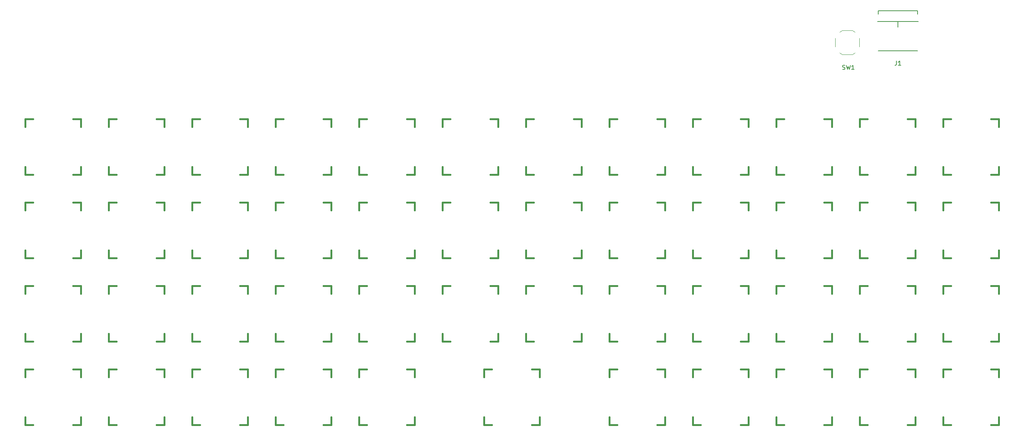
<source format=gbr>
G04 #@! TF.GenerationSoftware,KiCad,Pcbnew,(5.1.0)-1*
G04 #@! TF.CreationDate,2020-08-28T00:10:40-04:00*
G04 #@! TF.ProjectId,keyboard,6b657962-6f61-4726-942e-6b696361645f,rev?*
G04 #@! TF.SameCoordinates,Original*
G04 #@! TF.FileFunction,Legend,Top*
G04 #@! TF.FilePolarity,Positive*
%FSLAX46Y46*%
G04 Gerber Fmt 4.6, Leading zero omitted, Abs format (unit mm)*
G04 Created by KiCad (PCBNEW (5.1.0)-1) date 2020-08-28 00:10:40*
%MOMM*%
%LPD*%
G04 APERTURE LIST*
%ADD10C,0.150000*%
%ADD11C,0.381000*%
%ADD12C,0.120000*%
G04 APERTURE END LIST*
D10*
X226081250Y-30956250D02*
X216831250Y-30956250D01*
X225931250Y-37616250D02*
X216981250Y-37616250D01*
X216976250Y-29206250D02*
X216981250Y-28446250D01*
X225931250Y-28446250D02*
X216981250Y-28446250D01*
X225931250Y-28446250D02*
X225936250Y-29206250D01*
X221456250Y-30956250D02*
X221456250Y-32226250D01*
D11*
X22225000Y-54959250D02*
X22225000Y-53181250D01*
X22225000Y-65881250D02*
X22225000Y-64103250D01*
X24003000Y-65881250D02*
X22225000Y-65881250D01*
X34925000Y-65881250D02*
X33147000Y-65881250D01*
X34925000Y-64103250D02*
X34925000Y-65881250D01*
X34925000Y-53181250D02*
X34925000Y-54959250D01*
X33147000Y-53181250D02*
X34925000Y-53181250D01*
X22225000Y-53181250D02*
X24003000Y-53181250D01*
X41275000Y-53181250D02*
X43053000Y-53181250D01*
X52197000Y-53181250D02*
X53975000Y-53181250D01*
X53975000Y-53181250D02*
X53975000Y-54959250D01*
X53975000Y-64103250D02*
X53975000Y-65881250D01*
X53975000Y-65881250D02*
X52197000Y-65881250D01*
X43053000Y-65881250D02*
X41275000Y-65881250D01*
X41275000Y-65881250D02*
X41275000Y-64103250D01*
X41275000Y-54959250D02*
X41275000Y-53181250D01*
X60325000Y-54959250D02*
X60325000Y-53181250D01*
X60325000Y-65881250D02*
X60325000Y-64103250D01*
X62103000Y-65881250D02*
X60325000Y-65881250D01*
X73025000Y-65881250D02*
X71247000Y-65881250D01*
X73025000Y-64103250D02*
X73025000Y-65881250D01*
X73025000Y-53181250D02*
X73025000Y-54959250D01*
X71247000Y-53181250D02*
X73025000Y-53181250D01*
X60325000Y-53181250D02*
X62103000Y-53181250D01*
X79375000Y-53181250D02*
X81153000Y-53181250D01*
X90297000Y-53181250D02*
X92075000Y-53181250D01*
X92075000Y-53181250D02*
X92075000Y-54959250D01*
X92075000Y-64103250D02*
X92075000Y-65881250D01*
X92075000Y-65881250D02*
X90297000Y-65881250D01*
X81153000Y-65881250D02*
X79375000Y-65881250D01*
X79375000Y-65881250D02*
X79375000Y-64103250D01*
X79375000Y-54959250D02*
X79375000Y-53181250D01*
X98425000Y-54959250D02*
X98425000Y-53181250D01*
X98425000Y-65881250D02*
X98425000Y-64103250D01*
X100203000Y-65881250D02*
X98425000Y-65881250D01*
X111125000Y-65881250D02*
X109347000Y-65881250D01*
X111125000Y-64103250D02*
X111125000Y-65881250D01*
X111125000Y-53181250D02*
X111125000Y-54959250D01*
X109347000Y-53181250D02*
X111125000Y-53181250D01*
X98425000Y-53181250D02*
X100203000Y-53181250D01*
X117475000Y-53181250D02*
X119253000Y-53181250D01*
X128397000Y-53181250D02*
X130175000Y-53181250D01*
X130175000Y-53181250D02*
X130175000Y-54959250D01*
X130175000Y-64103250D02*
X130175000Y-65881250D01*
X130175000Y-65881250D02*
X128397000Y-65881250D01*
X119253000Y-65881250D02*
X117475000Y-65881250D01*
X117475000Y-65881250D02*
X117475000Y-64103250D01*
X117475000Y-54959250D02*
X117475000Y-53181250D01*
X136525000Y-54959250D02*
X136525000Y-53181250D01*
X136525000Y-65881250D02*
X136525000Y-64103250D01*
X138303000Y-65881250D02*
X136525000Y-65881250D01*
X149225000Y-65881250D02*
X147447000Y-65881250D01*
X149225000Y-64103250D02*
X149225000Y-65881250D01*
X149225000Y-53181250D02*
X149225000Y-54959250D01*
X147447000Y-53181250D02*
X149225000Y-53181250D01*
X136525000Y-53181250D02*
X138303000Y-53181250D01*
X155575000Y-53181250D02*
X157353000Y-53181250D01*
X166497000Y-53181250D02*
X168275000Y-53181250D01*
X168275000Y-53181250D02*
X168275000Y-54959250D01*
X168275000Y-64103250D02*
X168275000Y-65881250D01*
X168275000Y-65881250D02*
X166497000Y-65881250D01*
X157353000Y-65881250D02*
X155575000Y-65881250D01*
X155575000Y-65881250D02*
X155575000Y-64103250D01*
X155575000Y-54959250D02*
X155575000Y-53181250D01*
X174625000Y-54959250D02*
X174625000Y-53181250D01*
X174625000Y-65881250D02*
X174625000Y-64103250D01*
X176403000Y-65881250D02*
X174625000Y-65881250D01*
X187325000Y-65881250D02*
X185547000Y-65881250D01*
X187325000Y-64103250D02*
X187325000Y-65881250D01*
X187325000Y-53181250D02*
X187325000Y-54959250D01*
X185547000Y-53181250D02*
X187325000Y-53181250D01*
X174625000Y-53181250D02*
X176403000Y-53181250D01*
X193675000Y-53181250D02*
X195453000Y-53181250D01*
X204597000Y-53181250D02*
X206375000Y-53181250D01*
X206375000Y-53181250D02*
X206375000Y-54959250D01*
X206375000Y-64103250D02*
X206375000Y-65881250D01*
X206375000Y-65881250D02*
X204597000Y-65881250D01*
X195453000Y-65881250D02*
X193675000Y-65881250D01*
X193675000Y-65881250D02*
X193675000Y-64103250D01*
X193675000Y-54959250D02*
X193675000Y-53181250D01*
X212725000Y-54959250D02*
X212725000Y-53181250D01*
X212725000Y-65881250D02*
X212725000Y-64103250D01*
X214503000Y-65881250D02*
X212725000Y-65881250D01*
X225425000Y-65881250D02*
X223647000Y-65881250D01*
X225425000Y-64103250D02*
X225425000Y-65881250D01*
X225425000Y-53181250D02*
X225425000Y-54959250D01*
X223647000Y-53181250D02*
X225425000Y-53181250D01*
X212725000Y-53181250D02*
X214503000Y-53181250D01*
X231775000Y-53181250D02*
X233553000Y-53181250D01*
X242697000Y-53181250D02*
X244475000Y-53181250D01*
X244475000Y-53181250D02*
X244475000Y-54959250D01*
X244475000Y-64103250D02*
X244475000Y-65881250D01*
X244475000Y-65881250D02*
X242697000Y-65881250D01*
X233553000Y-65881250D02*
X231775000Y-65881250D01*
X231775000Y-65881250D02*
X231775000Y-64103250D01*
X231775000Y-54959250D02*
X231775000Y-53181250D01*
X22225000Y-72231250D02*
X24003000Y-72231250D01*
X33147000Y-72231250D02*
X34925000Y-72231250D01*
X34925000Y-72231250D02*
X34925000Y-74009250D01*
X34925000Y-83153250D02*
X34925000Y-84931250D01*
X34925000Y-84931250D02*
X33147000Y-84931250D01*
X24003000Y-84931250D02*
X22225000Y-84931250D01*
X22225000Y-84931250D02*
X22225000Y-83153250D01*
X22225000Y-74009250D02*
X22225000Y-72231250D01*
X60325000Y-74009250D02*
X60325000Y-72231250D01*
X60325000Y-84931250D02*
X60325000Y-83153250D01*
X62103000Y-84931250D02*
X60325000Y-84931250D01*
X73025000Y-84931250D02*
X71247000Y-84931250D01*
X73025000Y-83153250D02*
X73025000Y-84931250D01*
X73025000Y-72231250D02*
X73025000Y-74009250D01*
X71247000Y-72231250D02*
X73025000Y-72231250D01*
X60325000Y-72231250D02*
X62103000Y-72231250D01*
X79375000Y-72231250D02*
X81153000Y-72231250D01*
X90297000Y-72231250D02*
X92075000Y-72231250D01*
X92075000Y-72231250D02*
X92075000Y-74009250D01*
X92075000Y-83153250D02*
X92075000Y-84931250D01*
X92075000Y-84931250D02*
X90297000Y-84931250D01*
X81153000Y-84931250D02*
X79375000Y-84931250D01*
X79375000Y-84931250D02*
X79375000Y-83153250D01*
X79375000Y-74009250D02*
X79375000Y-72231250D01*
X98425000Y-74009250D02*
X98425000Y-72231250D01*
X98425000Y-84931250D02*
X98425000Y-83153250D01*
X100203000Y-84931250D02*
X98425000Y-84931250D01*
X111125000Y-84931250D02*
X109347000Y-84931250D01*
X111125000Y-83153250D02*
X111125000Y-84931250D01*
X111125000Y-72231250D02*
X111125000Y-74009250D01*
X109347000Y-72231250D02*
X111125000Y-72231250D01*
X98425000Y-72231250D02*
X100203000Y-72231250D01*
X117475000Y-72231250D02*
X119253000Y-72231250D01*
X128397000Y-72231250D02*
X130175000Y-72231250D01*
X130175000Y-72231250D02*
X130175000Y-74009250D01*
X130175000Y-83153250D02*
X130175000Y-84931250D01*
X130175000Y-84931250D02*
X128397000Y-84931250D01*
X119253000Y-84931250D02*
X117475000Y-84931250D01*
X117475000Y-84931250D02*
X117475000Y-83153250D01*
X117475000Y-74009250D02*
X117475000Y-72231250D01*
X136525000Y-74009250D02*
X136525000Y-72231250D01*
X136525000Y-84931250D02*
X136525000Y-83153250D01*
X138303000Y-84931250D02*
X136525000Y-84931250D01*
X149225000Y-84931250D02*
X147447000Y-84931250D01*
X149225000Y-83153250D02*
X149225000Y-84931250D01*
X149225000Y-72231250D02*
X149225000Y-74009250D01*
X147447000Y-72231250D02*
X149225000Y-72231250D01*
X136525000Y-72231250D02*
X138303000Y-72231250D01*
X155575000Y-72231250D02*
X157353000Y-72231250D01*
X166497000Y-72231250D02*
X168275000Y-72231250D01*
X168275000Y-72231250D02*
X168275000Y-74009250D01*
X168275000Y-83153250D02*
X168275000Y-84931250D01*
X168275000Y-84931250D02*
X166497000Y-84931250D01*
X157353000Y-84931250D02*
X155575000Y-84931250D01*
X155575000Y-84931250D02*
X155575000Y-83153250D01*
X155575000Y-74009250D02*
X155575000Y-72231250D01*
X174625000Y-74009250D02*
X174625000Y-72231250D01*
X174625000Y-84931250D02*
X174625000Y-83153250D01*
X176403000Y-84931250D02*
X174625000Y-84931250D01*
X187325000Y-84931250D02*
X185547000Y-84931250D01*
X187325000Y-83153250D02*
X187325000Y-84931250D01*
X187325000Y-72231250D02*
X187325000Y-74009250D01*
X185547000Y-72231250D02*
X187325000Y-72231250D01*
X174625000Y-72231250D02*
X176403000Y-72231250D01*
X193675000Y-72231250D02*
X195453000Y-72231250D01*
X204597000Y-72231250D02*
X206375000Y-72231250D01*
X206375000Y-72231250D02*
X206375000Y-74009250D01*
X206375000Y-83153250D02*
X206375000Y-84931250D01*
X206375000Y-84931250D02*
X204597000Y-84931250D01*
X195453000Y-84931250D02*
X193675000Y-84931250D01*
X193675000Y-84931250D02*
X193675000Y-83153250D01*
X193675000Y-74009250D02*
X193675000Y-72231250D01*
X212725000Y-74009250D02*
X212725000Y-72231250D01*
X212725000Y-84931250D02*
X212725000Y-83153250D01*
X214503000Y-84931250D02*
X212725000Y-84931250D01*
X225425000Y-84931250D02*
X223647000Y-84931250D01*
X225425000Y-83153250D02*
X225425000Y-84931250D01*
X225425000Y-72231250D02*
X225425000Y-74009250D01*
X223647000Y-72231250D02*
X225425000Y-72231250D01*
X212725000Y-72231250D02*
X214503000Y-72231250D01*
X231775000Y-74009250D02*
X231775000Y-72231250D01*
X231775000Y-84931250D02*
X231775000Y-83153250D01*
X233553000Y-84931250D02*
X231775000Y-84931250D01*
X244475000Y-84931250D02*
X242697000Y-84931250D01*
X244475000Y-83153250D02*
X244475000Y-84931250D01*
X244475000Y-72231250D02*
X244475000Y-74009250D01*
X242697000Y-72231250D02*
X244475000Y-72231250D01*
X231775000Y-72231250D02*
X233553000Y-72231250D01*
X22225000Y-91281250D02*
X24003000Y-91281250D01*
X33147000Y-91281250D02*
X34925000Y-91281250D01*
X34925000Y-91281250D02*
X34925000Y-93059250D01*
X34925000Y-102203250D02*
X34925000Y-103981250D01*
X34925000Y-103981250D02*
X33147000Y-103981250D01*
X24003000Y-103981250D02*
X22225000Y-103981250D01*
X22225000Y-103981250D02*
X22225000Y-102203250D01*
X22225000Y-93059250D02*
X22225000Y-91281250D01*
X41275000Y-91281250D02*
X43053000Y-91281250D01*
X52197000Y-91281250D02*
X53975000Y-91281250D01*
X53975000Y-91281250D02*
X53975000Y-93059250D01*
X53975000Y-102203250D02*
X53975000Y-103981250D01*
X53975000Y-103981250D02*
X52197000Y-103981250D01*
X43053000Y-103981250D02*
X41275000Y-103981250D01*
X41275000Y-103981250D02*
X41275000Y-102203250D01*
X41275000Y-93059250D02*
X41275000Y-91281250D01*
X60325000Y-93059250D02*
X60325000Y-91281250D01*
X60325000Y-103981250D02*
X60325000Y-102203250D01*
X62103000Y-103981250D02*
X60325000Y-103981250D01*
X73025000Y-103981250D02*
X71247000Y-103981250D01*
X73025000Y-102203250D02*
X73025000Y-103981250D01*
X73025000Y-91281250D02*
X73025000Y-93059250D01*
X71247000Y-91281250D02*
X73025000Y-91281250D01*
X60325000Y-91281250D02*
X62103000Y-91281250D01*
X79375000Y-91281250D02*
X81153000Y-91281250D01*
X90297000Y-91281250D02*
X92075000Y-91281250D01*
X92075000Y-91281250D02*
X92075000Y-93059250D01*
X92075000Y-102203250D02*
X92075000Y-103981250D01*
X92075000Y-103981250D02*
X90297000Y-103981250D01*
X81153000Y-103981250D02*
X79375000Y-103981250D01*
X79375000Y-103981250D02*
X79375000Y-102203250D01*
X79375000Y-93059250D02*
X79375000Y-91281250D01*
X98425000Y-93059250D02*
X98425000Y-91281250D01*
X98425000Y-103981250D02*
X98425000Y-102203250D01*
X100203000Y-103981250D02*
X98425000Y-103981250D01*
X111125000Y-103981250D02*
X109347000Y-103981250D01*
X111125000Y-102203250D02*
X111125000Y-103981250D01*
X111125000Y-91281250D02*
X111125000Y-93059250D01*
X109347000Y-91281250D02*
X111125000Y-91281250D01*
X98425000Y-91281250D02*
X100203000Y-91281250D01*
X117475000Y-93059250D02*
X117475000Y-91281250D01*
X117475000Y-103981250D02*
X117475000Y-102203250D01*
X119253000Y-103981250D02*
X117475000Y-103981250D01*
X130175000Y-103981250D02*
X128397000Y-103981250D01*
X130175000Y-102203250D02*
X130175000Y-103981250D01*
X130175000Y-91281250D02*
X130175000Y-93059250D01*
X128397000Y-91281250D02*
X130175000Y-91281250D01*
X117475000Y-91281250D02*
X119253000Y-91281250D01*
X136525000Y-93059250D02*
X136525000Y-91281250D01*
X136525000Y-103981250D02*
X136525000Y-102203250D01*
X138303000Y-103981250D02*
X136525000Y-103981250D01*
X149225000Y-103981250D02*
X147447000Y-103981250D01*
X149225000Y-102203250D02*
X149225000Y-103981250D01*
X149225000Y-91281250D02*
X149225000Y-93059250D01*
X147447000Y-91281250D02*
X149225000Y-91281250D01*
X136525000Y-91281250D02*
X138303000Y-91281250D01*
X155575000Y-93059250D02*
X155575000Y-91281250D01*
X155575000Y-103981250D02*
X155575000Y-102203250D01*
X157353000Y-103981250D02*
X155575000Y-103981250D01*
X168275000Y-103981250D02*
X166497000Y-103981250D01*
X168275000Y-102203250D02*
X168275000Y-103981250D01*
X168275000Y-91281250D02*
X168275000Y-93059250D01*
X166497000Y-91281250D02*
X168275000Y-91281250D01*
X155575000Y-91281250D02*
X157353000Y-91281250D01*
X174625000Y-91281250D02*
X176403000Y-91281250D01*
X185547000Y-91281250D02*
X187325000Y-91281250D01*
X187325000Y-91281250D02*
X187325000Y-93059250D01*
X187325000Y-102203250D02*
X187325000Y-103981250D01*
X187325000Y-103981250D02*
X185547000Y-103981250D01*
X176403000Y-103981250D02*
X174625000Y-103981250D01*
X174625000Y-103981250D02*
X174625000Y-102203250D01*
X174625000Y-93059250D02*
X174625000Y-91281250D01*
X193675000Y-91281250D02*
X195453000Y-91281250D01*
X204597000Y-91281250D02*
X206375000Y-91281250D01*
X206375000Y-91281250D02*
X206375000Y-93059250D01*
X206375000Y-102203250D02*
X206375000Y-103981250D01*
X206375000Y-103981250D02*
X204597000Y-103981250D01*
X195453000Y-103981250D02*
X193675000Y-103981250D01*
X193675000Y-103981250D02*
X193675000Y-102203250D01*
X193675000Y-93059250D02*
X193675000Y-91281250D01*
X212725000Y-93059250D02*
X212725000Y-91281250D01*
X212725000Y-103981250D02*
X212725000Y-102203250D01*
X214503000Y-103981250D02*
X212725000Y-103981250D01*
X225425000Y-103981250D02*
X223647000Y-103981250D01*
X225425000Y-102203250D02*
X225425000Y-103981250D01*
X225425000Y-91281250D02*
X225425000Y-93059250D01*
X223647000Y-91281250D02*
X225425000Y-91281250D01*
X212725000Y-91281250D02*
X214503000Y-91281250D01*
X231775000Y-91281250D02*
X233553000Y-91281250D01*
X242697000Y-91281250D02*
X244475000Y-91281250D01*
X244475000Y-91281250D02*
X244475000Y-93059250D01*
X244475000Y-102203250D02*
X244475000Y-103981250D01*
X244475000Y-103981250D02*
X242697000Y-103981250D01*
X233553000Y-103981250D02*
X231775000Y-103981250D01*
X231775000Y-103981250D02*
X231775000Y-102203250D01*
X231775000Y-93059250D02*
X231775000Y-91281250D01*
X22225000Y-112109250D02*
X22225000Y-110331250D01*
X22225000Y-123031250D02*
X22225000Y-121253250D01*
X24003000Y-123031250D02*
X22225000Y-123031250D01*
X34925000Y-123031250D02*
X33147000Y-123031250D01*
X34925000Y-121253250D02*
X34925000Y-123031250D01*
X34925000Y-110331250D02*
X34925000Y-112109250D01*
X33147000Y-110331250D02*
X34925000Y-110331250D01*
X22225000Y-110331250D02*
X24003000Y-110331250D01*
X41275000Y-110331250D02*
X43053000Y-110331250D01*
X52197000Y-110331250D02*
X53975000Y-110331250D01*
X53975000Y-110331250D02*
X53975000Y-112109250D01*
X53975000Y-121253250D02*
X53975000Y-123031250D01*
X53975000Y-123031250D02*
X52197000Y-123031250D01*
X43053000Y-123031250D02*
X41275000Y-123031250D01*
X41275000Y-123031250D02*
X41275000Y-121253250D01*
X41275000Y-112109250D02*
X41275000Y-110331250D01*
X60325000Y-112109250D02*
X60325000Y-110331250D01*
X60325000Y-123031250D02*
X60325000Y-121253250D01*
X62103000Y-123031250D02*
X60325000Y-123031250D01*
X73025000Y-123031250D02*
X71247000Y-123031250D01*
X73025000Y-121253250D02*
X73025000Y-123031250D01*
X73025000Y-110331250D02*
X73025000Y-112109250D01*
X71247000Y-110331250D02*
X73025000Y-110331250D01*
X60325000Y-110331250D02*
X62103000Y-110331250D01*
X79375000Y-110331250D02*
X81153000Y-110331250D01*
X90297000Y-110331250D02*
X92075000Y-110331250D01*
X92075000Y-110331250D02*
X92075000Y-112109250D01*
X92075000Y-121253250D02*
X92075000Y-123031250D01*
X92075000Y-123031250D02*
X90297000Y-123031250D01*
X81153000Y-123031250D02*
X79375000Y-123031250D01*
X79375000Y-123031250D02*
X79375000Y-121253250D01*
X79375000Y-112109250D02*
X79375000Y-110331250D01*
X98425000Y-110331250D02*
X100203000Y-110331250D01*
X109347000Y-110331250D02*
X111125000Y-110331250D01*
X111125000Y-110331250D02*
X111125000Y-112109250D01*
X111125000Y-121253250D02*
X111125000Y-123031250D01*
X111125000Y-123031250D02*
X109347000Y-123031250D01*
X100203000Y-123031250D02*
X98425000Y-123031250D01*
X98425000Y-123031250D02*
X98425000Y-121253250D01*
X98425000Y-112109250D02*
X98425000Y-110331250D01*
X155575000Y-112109250D02*
X155575000Y-110331250D01*
X155575000Y-123031250D02*
X155575000Y-121253250D01*
X157353000Y-123031250D02*
X155575000Y-123031250D01*
X168275000Y-123031250D02*
X166497000Y-123031250D01*
X168275000Y-121253250D02*
X168275000Y-123031250D01*
X168275000Y-110331250D02*
X168275000Y-112109250D01*
X166497000Y-110331250D02*
X168275000Y-110331250D01*
X155575000Y-110331250D02*
X157353000Y-110331250D01*
X174625000Y-110331250D02*
X176403000Y-110331250D01*
X185547000Y-110331250D02*
X187325000Y-110331250D01*
X187325000Y-110331250D02*
X187325000Y-112109250D01*
X187325000Y-121253250D02*
X187325000Y-123031250D01*
X187325000Y-123031250D02*
X185547000Y-123031250D01*
X176403000Y-123031250D02*
X174625000Y-123031250D01*
X174625000Y-123031250D02*
X174625000Y-121253250D01*
X174625000Y-112109250D02*
X174625000Y-110331250D01*
X193675000Y-110331250D02*
X195453000Y-110331250D01*
X204597000Y-110331250D02*
X206375000Y-110331250D01*
X206375000Y-110331250D02*
X206375000Y-112109250D01*
X206375000Y-121253250D02*
X206375000Y-123031250D01*
X206375000Y-123031250D02*
X204597000Y-123031250D01*
X195453000Y-123031250D02*
X193675000Y-123031250D01*
X193675000Y-123031250D02*
X193675000Y-121253250D01*
X193675000Y-112109250D02*
X193675000Y-110331250D01*
X212725000Y-112109250D02*
X212725000Y-110331250D01*
X212725000Y-123031250D02*
X212725000Y-121253250D01*
X214503000Y-123031250D02*
X212725000Y-123031250D01*
X225425000Y-123031250D02*
X223647000Y-123031250D01*
X225425000Y-121253250D02*
X225425000Y-123031250D01*
X225425000Y-110331250D02*
X225425000Y-112109250D01*
X223647000Y-110331250D02*
X225425000Y-110331250D01*
X212725000Y-110331250D02*
X214503000Y-110331250D01*
X231775000Y-112109250D02*
X231775000Y-110331250D01*
X231775000Y-123031250D02*
X231775000Y-121253250D01*
X233553000Y-123031250D02*
X231775000Y-123031250D01*
X244475000Y-123031250D02*
X242697000Y-123031250D01*
X244475000Y-121253250D02*
X244475000Y-123031250D01*
X244475000Y-110331250D02*
X244475000Y-112109250D01*
X242697000Y-110331250D02*
X244475000Y-110331250D01*
X231775000Y-110331250D02*
X233553000Y-110331250D01*
D12*
X208186550Y-38018750D02*
X208636550Y-38468750D01*
X211586550Y-38018750D02*
X211136550Y-38468750D01*
X211586550Y-33418750D02*
X211136550Y-32968750D01*
X208186550Y-33418750D02*
X208636550Y-32968750D01*
X212636550Y-34718750D02*
X212636550Y-36718750D01*
X208636550Y-38468750D02*
X211136550Y-38468750D01*
X207136550Y-34718750D02*
X207136550Y-36718750D01*
X208636550Y-32968750D02*
X211136550Y-32968750D01*
D11*
X41275000Y-74009250D02*
X41275000Y-72231250D01*
X41275000Y-84931250D02*
X41275000Y-83153250D01*
X43053000Y-84931250D02*
X41275000Y-84931250D01*
X53975000Y-84931250D02*
X52197000Y-84931250D01*
X53975000Y-83153250D02*
X53975000Y-84931250D01*
X53975000Y-72231250D02*
X53975000Y-74009250D01*
X52197000Y-72231250D02*
X53975000Y-72231250D01*
X41275000Y-72231250D02*
X43053000Y-72231250D01*
X127000000Y-112109250D02*
X127000000Y-110331250D01*
X127000000Y-123031250D02*
X127000000Y-121253250D01*
X128778000Y-123031250D02*
X127000000Y-123031250D01*
X139700000Y-123031250D02*
X137922000Y-123031250D01*
X139700000Y-121253250D02*
X139700000Y-123031250D01*
X139700000Y-110331250D02*
X139700000Y-112109250D01*
X137922000Y-110331250D02*
X139700000Y-110331250D01*
X127000000Y-110331250D02*
X128778000Y-110331250D01*
D10*
X221122916Y-39933630D02*
X221122916Y-40647916D01*
X221075297Y-40790773D01*
X220980059Y-40886011D01*
X220837202Y-40933630D01*
X220741964Y-40933630D01*
X222122916Y-40933630D02*
X221551488Y-40933630D01*
X221837202Y-40933630D02*
X221837202Y-39933630D01*
X221741964Y-40076488D01*
X221646726Y-40171726D01*
X221551488Y-40219345D01*
X208807216Y-41838511D02*
X208950073Y-41886130D01*
X209188169Y-41886130D01*
X209283407Y-41838511D01*
X209331026Y-41790892D01*
X209378645Y-41695654D01*
X209378645Y-41600416D01*
X209331026Y-41505178D01*
X209283407Y-41457559D01*
X209188169Y-41409940D01*
X208997692Y-41362321D01*
X208902454Y-41314702D01*
X208854835Y-41267083D01*
X208807216Y-41171845D01*
X208807216Y-41076607D01*
X208854835Y-40981369D01*
X208902454Y-40933750D01*
X208997692Y-40886130D01*
X209235788Y-40886130D01*
X209378645Y-40933750D01*
X209711978Y-40886130D02*
X209950073Y-41886130D01*
X210140550Y-41171845D01*
X210331026Y-41886130D01*
X210569121Y-40886130D01*
X211473883Y-41886130D02*
X210902454Y-41886130D01*
X211188169Y-41886130D02*
X211188169Y-40886130D01*
X211092930Y-41028988D01*
X210997692Y-41124226D01*
X210902454Y-41171845D01*
M02*

</source>
